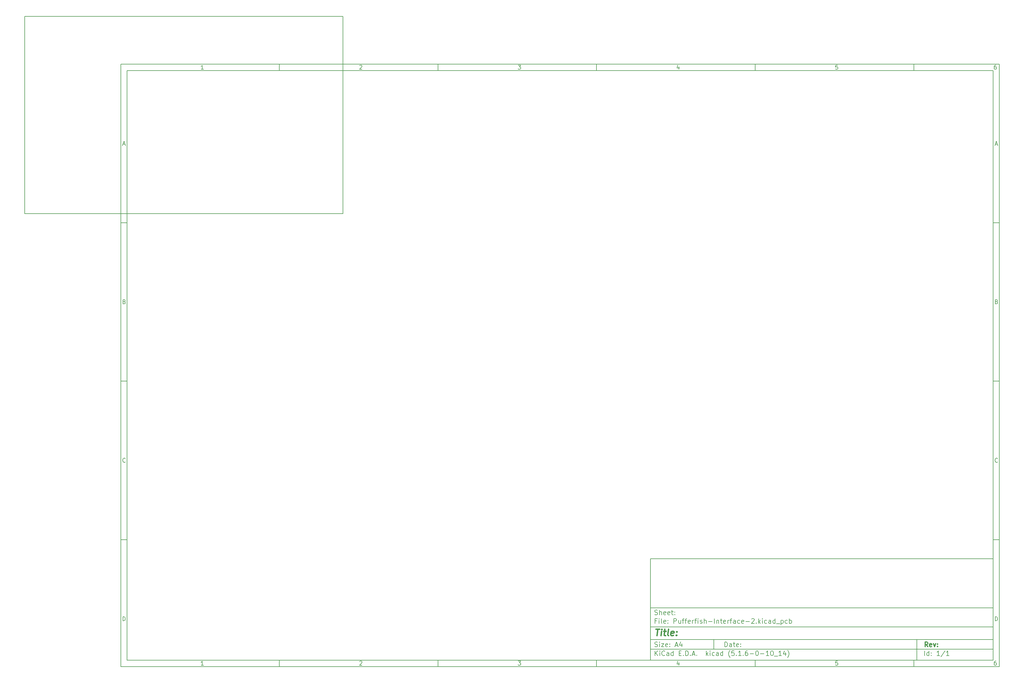
<source format=gbr>
G04 #@! TF.GenerationSoftware,KiCad,Pcbnew,(5.1.6-0-10_14)*
G04 #@! TF.CreationDate,2020-09-30T22:45:02-04:00*
G04 #@! TF.ProjectId,Pufferfish-Interface-2,50756666-6572-4666-9973-682d496e7465,rev?*
G04 #@! TF.SameCoordinates,Original*
G04 #@! TF.FileFunction,Profile,NP*
%FSLAX46Y46*%
G04 Gerber Fmt 4.6, Leading zero omitted, Abs format (unit mm)*
G04 Created by KiCad (PCBNEW (5.1.6-0-10_14)) date 2020-09-30 22:45:02*
%MOMM*%
%LPD*%
G01*
G04 APERTURE LIST*
%ADD10C,0.100000*%
%ADD11C,0.150000*%
%ADD12C,0.300000*%
%ADD13C,0.400000*%
G04 #@! TA.AperFunction,Profile*
%ADD14C,0.150000*%
G04 #@! TD*
G04 APERTURE END LIST*
D10*
D11*
X177002200Y-166007200D02*
X177002200Y-198007200D01*
X285002200Y-198007200D01*
X285002200Y-166007200D01*
X177002200Y-166007200D01*
D10*
D11*
X10000000Y-10000000D02*
X10000000Y-200007200D01*
X287002200Y-200007200D01*
X287002200Y-10000000D01*
X10000000Y-10000000D01*
D10*
D11*
X12000000Y-12000000D02*
X12000000Y-198007200D01*
X285002200Y-198007200D01*
X285002200Y-12000000D01*
X12000000Y-12000000D01*
D10*
D11*
X60000000Y-12000000D02*
X60000000Y-10000000D01*
D10*
D11*
X110000000Y-12000000D02*
X110000000Y-10000000D01*
D10*
D11*
X160000000Y-12000000D02*
X160000000Y-10000000D01*
D10*
D11*
X210000000Y-12000000D02*
X210000000Y-10000000D01*
D10*
D11*
X260000000Y-12000000D02*
X260000000Y-10000000D01*
D10*
D11*
X36065476Y-11588095D02*
X35322619Y-11588095D01*
X35694047Y-11588095D02*
X35694047Y-10288095D01*
X35570238Y-10473809D01*
X35446428Y-10597619D01*
X35322619Y-10659523D01*
D10*
D11*
X85322619Y-10411904D02*
X85384523Y-10350000D01*
X85508333Y-10288095D01*
X85817857Y-10288095D01*
X85941666Y-10350000D01*
X86003571Y-10411904D01*
X86065476Y-10535714D01*
X86065476Y-10659523D01*
X86003571Y-10845238D01*
X85260714Y-11588095D01*
X86065476Y-11588095D01*
D10*
D11*
X135260714Y-10288095D02*
X136065476Y-10288095D01*
X135632142Y-10783333D01*
X135817857Y-10783333D01*
X135941666Y-10845238D01*
X136003571Y-10907142D01*
X136065476Y-11030952D01*
X136065476Y-11340476D01*
X136003571Y-11464285D01*
X135941666Y-11526190D01*
X135817857Y-11588095D01*
X135446428Y-11588095D01*
X135322619Y-11526190D01*
X135260714Y-11464285D01*
D10*
D11*
X185941666Y-10721428D02*
X185941666Y-11588095D01*
X185632142Y-10226190D02*
X185322619Y-11154761D01*
X186127380Y-11154761D01*
D10*
D11*
X236003571Y-10288095D02*
X235384523Y-10288095D01*
X235322619Y-10907142D01*
X235384523Y-10845238D01*
X235508333Y-10783333D01*
X235817857Y-10783333D01*
X235941666Y-10845238D01*
X236003571Y-10907142D01*
X236065476Y-11030952D01*
X236065476Y-11340476D01*
X236003571Y-11464285D01*
X235941666Y-11526190D01*
X235817857Y-11588095D01*
X235508333Y-11588095D01*
X235384523Y-11526190D01*
X235322619Y-11464285D01*
D10*
D11*
X285941666Y-10288095D02*
X285694047Y-10288095D01*
X285570238Y-10350000D01*
X285508333Y-10411904D01*
X285384523Y-10597619D01*
X285322619Y-10845238D01*
X285322619Y-11340476D01*
X285384523Y-11464285D01*
X285446428Y-11526190D01*
X285570238Y-11588095D01*
X285817857Y-11588095D01*
X285941666Y-11526190D01*
X286003571Y-11464285D01*
X286065476Y-11340476D01*
X286065476Y-11030952D01*
X286003571Y-10907142D01*
X285941666Y-10845238D01*
X285817857Y-10783333D01*
X285570238Y-10783333D01*
X285446428Y-10845238D01*
X285384523Y-10907142D01*
X285322619Y-11030952D01*
D10*
D11*
X60000000Y-198007200D02*
X60000000Y-200007200D01*
D10*
D11*
X110000000Y-198007200D02*
X110000000Y-200007200D01*
D10*
D11*
X160000000Y-198007200D02*
X160000000Y-200007200D01*
D10*
D11*
X210000000Y-198007200D02*
X210000000Y-200007200D01*
D10*
D11*
X260000000Y-198007200D02*
X260000000Y-200007200D01*
D10*
D11*
X36065476Y-199595295D02*
X35322619Y-199595295D01*
X35694047Y-199595295D02*
X35694047Y-198295295D01*
X35570238Y-198481009D01*
X35446428Y-198604819D01*
X35322619Y-198666723D01*
D10*
D11*
X85322619Y-198419104D02*
X85384523Y-198357200D01*
X85508333Y-198295295D01*
X85817857Y-198295295D01*
X85941666Y-198357200D01*
X86003571Y-198419104D01*
X86065476Y-198542914D01*
X86065476Y-198666723D01*
X86003571Y-198852438D01*
X85260714Y-199595295D01*
X86065476Y-199595295D01*
D10*
D11*
X135260714Y-198295295D02*
X136065476Y-198295295D01*
X135632142Y-198790533D01*
X135817857Y-198790533D01*
X135941666Y-198852438D01*
X136003571Y-198914342D01*
X136065476Y-199038152D01*
X136065476Y-199347676D01*
X136003571Y-199471485D01*
X135941666Y-199533390D01*
X135817857Y-199595295D01*
X135446428Y-199595295D01*
X135322619Y-199533390D01*
X135260714Y-199471485D01*
D10*
D11*
X185941666Y-198728628D02*
X185941666Y-199595295D01*
X185632142Y-198233390D02*
X185322619Y-199161961D01*
X186127380Y-199161961D01*
D10*
D11*
X236003571Y-198295295D02*
X235384523Y-198295295D01*
X235322619Y-198914342D01*
X235384523Y-198852438D01*
X235508333Y-198790533D01*
X235817857Y-198790533D01*
X235941666Y-198852438D01*
X236003571Y-198914342D01*
X236065476Y-199038152D01*
X236065476Y-199347676D01*
X236003571Y-199471485D01*
X235941666Y-199533390D01*
X235817857Y-199595295D01*
X235508333Y-199595295D01*
X235384523Y-199533390D01*
X235322619Y-199471485D01*
D10*
D11*
X285941666Y-198295295D02*
X285694047Y-198295295D01*
X285570238Y-198357200D01*
X285508333Y-198419104D01*
X285384523Y-198604819D01*
X285322619Y-198852438D01*
X285322619Y-199347676D01*
X285384523Y-199471485D01*
X285446428Y-199533390D01*
X285570238Y-199595295D01*
X285817857Y-199595295D01*
X285941666Y-199533390D01*
X286003571Y-199471485D01*
X286065476Y-199347676D01*
X286065476Y-199038152D01*
X286003571Y-198914342D01*
X285941666Y-198852438D01*
X285817857Y-198790533D01*
X285570238Y-198790533D01*
X285446428Y-198852438D01*
X285384523Y-198914342D01*
X285322619Y-199038152D01*
D10*
D11*
X10000000Y-60000000D02*
X12000000Y-60000000D01*
D10*
D11*
X10000000Y-110000000D02*
X12000000Y-110000000D01*
D10*
D11*
X10000000Y-160000000D02*
X12000000Y-160000000D01*
D10*
D11*
X10690476Y-35216666D02*
X11309523Y-35216666D01*
X10566666Y-35588095D02*
X11000000Y-34288095D01*
X11433333Y-35588095D01*
D10*
D11*
X11092857Y-84907142D02*
X11278571Y-84969047D01*
X11340476Y-85030952D01*
X11402380Y-85154761D01*
X11402380Y-85340476D01*
X11340476Y-85464285D01*
X11278571Y-85526190D01*
X11154761Y-85588095D01*
X10659523Y-85588095D01*
X10659523Y-84288095D01*
X11092857Y-84288095D01*
X11216666Y-84350000D01*
X11278571Y-84411904D01*
X11340476Y-84535714D01*
X11340476Y-84659523D01*
X11278571Y-84783333D01*
X11216666Y-84845238D01*
X11092857Y-84907142D01*
X10659523Y-84907142D01*
D10*
D11*
X11402380Y-135464285D02*
X11340476Y-135526190D01*
X11154761Y-135588095D01*
X11030952Y-135588095D01*
X10845238Y-135526190D01*
X10721428Y-135402380D01*
X10659523Y-135278571D01*
X10597619Y-135030952D01*
X10597619Y-134845238D01*
X10659523Y-134597619D01*
X10721428Y-134473809D01*
X10845238Y-134350000D01*
X11030952Y-134288095D01*
X11154761Y-134288095D01*
X11340476Y-134350000D01*
X11402380Y-134411904D01*
D10*
D11*
X10659523Y-185588095D02*
X10659523Y-184288095D01*
X10969047Y-184288095D01*
X11154761Y-184350000D01*
X11278571Y-184473809D01*
X11340476Y-184597619D01*
X11402380Y-184845238D01*
X11402380Y-185030952D01*
X11340476Y-185278571D01*
X11278571Y-185402380D01*
X11154761Y-185526190D01*
X10969047Y-185588095D01*
X10659523Y-185588095D01*
D10*
D11*
X287002200Y-60000000D02*
X285002200Y-60000000D01*
D10*
D11*
X287002200Y-110000000D02*
X285002200Y-110000000D01*
D10*
D11*
X287002200Y-160000000D02*
X285002200Y-160000000D01*
D10*
D11*
X285692676Y-35216666D02*
X286311723Y-35216666D01*
X285568866Y-35588095D02*
X286002200Y-34288095D01*
X286435533Y-35588095D01*
D10*
D11*
X286095057Y-84907142D02*
X286280771Y-84969047D01*
X286342676Y-85030952D01*
X286404580Y-85154761D01*
X286404580Y-85340476D01*
X286342676Y-85464285D01*
X286280771Y-85526190D01*
X286156961Y-85588095D01*
X285661723Y-85588095D01*
X285661723Y-84288095D01*
X286095057Y-84288095D01*
X286218866Y-84350000D01*
X286280771Y-84411904D01*
X286342676Y-84535714D01*
X286342676Y-84659523D01*
X286280771Y-84783333D01*
X286218866Y-84845238D01*
X286095057Y-84907142D01*
X285661723Y-84907142D01*
D10*
D11*
X286404580Y-135464285D02*
X286342676Y-135526190D01*
X286156961Y-135588095D01*
X286033152Y-135588095D01*
X285847438Y-135526190D01*
X285723628Y-135402380D01*
X285661723Y-135278571D01*
X285599819Y-135030952D01*
X285599819Y-134845238D01*
X285661723Y-134597619D01*
X285723628Y-134473809D01*
X285847438Y-134350000D01*
X286033152Y-134288095D01*
X286156961Y-134288095D01*
X286342676Y-134350000D01*
X286404580Y-134411904D01*
D10*
D11*
X285661723Y-185588095D02*
X285661723Y-184288095D01*
X285971247Y-184288095D01*
X286156961Y-184350000D01*
X286280771Y-184473809D01*
X286342676Y-184597619D01*
X286404580Y-184845238D01*
X286404580Y-185030952D01*
X286342676Y-185278571D01*
X286280771Y-185402380D01*
X286156961Y-185526190D01*
X285971247Y-185588095D01*
X285661723Y-185588095D01*
D10*
D11*
X200434342Y-193785771D02*
X200434342Y-192285771D01*
X200791485Y-192285771D01*
X201005771Y-192357200D01*
X201148628Y-192500057D01*
X201220057Y-192642914D01*
X201291485Y-192928628D01*
X201291485Y-193142914D01*
X201220057Y-193428628D01*
X201148628Y-193571485D01*
X201005771Y-193714342D01*
X200791485Y-193785771D01*
X200434342Y-193785771D01*
X202577200Y-193785771D02*
X202577200Y-193000057D01*
X202505771Y-192857200D01*
X202362914Y-192785771D01*
X202077200Y-192785771D01*
X201934342Y-192857200D01*
X202577200Y-193714342D02*
X202434342Y-193785771D01*
X202077200Y-193785771D01*
X201934342Y-193714342D01*
X201862914Y-193571485D01*
X201862914Y-193428628D01*
X201934342Y-193285771D01*
X202077200Y-193214342D01*
X202434342Y-193214342D01*
X202577200Y-193142914D01*
X203077200Y-192785771D02*
X203648628Y-192785771D01*
X203291485Y-192285771D02*
X203291485Y-193571485D01*
X203362914Y-193714342D01*
X203505771Y-193785771D01*
X203648628Y-193785771D01*
X204720057Y-193714342D02*
X204577200Y-193785771D01*
X204291485Y-193785771D01*
X204148628Y-193714342D01*
X204077200Y-193571485D01*
X204077200Y-193000057D01*
X204148628Y-192857200D01*
X204291485Y-192785771D01*
X204577200Y-192785771D01*
X204720057Y-192857200D01*
X204791485Y-193000057D01*
X204791485Y-193142914D01*
X204077200Y-193285771D01*
X205434342Y-193642914D02*
X205505771Y-193714342D01*
X205434342Y-193785771D01*
X205362914Y-193714342D01*
X205434342Y-193642914D01*
X205434342Y-193785771D01*
X205434342Y-192857200D02*
X205505771Y-192928628D01*
X205434342Y-193000057D01*
X205362914Y-192928628D01*
X205434342Y-192857200D01*
X205434342Y-193000057D01*
D10*
D11*
X177002200Y-194507200D02*
X285002200Y-194507200D01*
D10*
D11*
X178434342Y-196585771D02*
X178434342Y-195085771D01*
X179291485Y-196585771D02*
X178648628Y-195728628D01*
X179291485Y-195085771D02*
X178434342Y-195942914D01*
X179934342Y-196585771D02*
X179934342Y-195585771D01*
X179934342Y-195085771D02*
X179862914Y-195157200D01*
X179934342Y-195228628D01*
X180005771Y-195157200D01*
X179934342Y-195085771D01*
X179934342Y-195228628D01*
X181505771Y-196442914D02*
X181434342Y-196514342D01*
X181220057Y-196585771D01*
X181077200Y-196585771D01*
X180862914Y-196514342D01*
X180720057Y-196371485D01*
X180648628Y-196228628D01*
X180577200Y-195942914D01*
X180577200Y-195728628D01*
X180648628Y-195442914D01*
X180720057Y-195300057D01*
X180862914Y-195157200D01*
X181077200Y-195085771D01*
X181220057Y-195085771D01*
X181434342Y-195157200D01*
X181505771Y-195228628D01*
X182791485Y-196585771D02*
X182791485Y-195800057D01*
X182720057Y-195657200D01*
X182577200Y-195585771D01*
X182291485Y-195585771D01*
X182148628Y-195657200D01*
X182791485Y-196514342D02*
X182648628Y-196585771D01*
X182291485Y-196585771D01*
X182148628Y-196514342D01*
X182077200Y-196371485D01*
X182077200Y-196228628D01*
X182148628Y-196085771D01*
X182291485Y-196014342D01*
X182648628Y-196014342D01*
X182791485Y-195942914D01*
X184148628Y-196585771D02*
X184148628Y-195085771D01*
X184148628Y-196514342D02*
X184005771Y-196585771D01*
X183720057Y-196585771D01*
X183577200Y-196514342D01*
X183505771Y-196442914D01*
X183434342Y-196300057D01*
X183434342Y-195871485D01*
X183505771Y-195728628D01*
X183577200Y-195657200D01*
X183720057Y-195585771D01*
X184005771Y-195585771D01*
X184148628Y-195657200D01*
X186005771Y-195800057D02*
X186505771Y-195800057D01*
X186720057Y-196585771D02*
X186005771Y-196585771D01*
X186005771Y-195085771D01*
X186720057Y-195085771D01*
X187362914Y-196442914D02*
X187434342Y-196514342D01*
X187362914Y-196585771D01*
X187291485Y-196514342D01*
X187362914Y-196442914D01*
X187362914Y-196585771D01*
X188077200Y-196585771D02*
X188077200Y-195085771D01*
X188434342Y-195085771D01*
X188648628Y-195157200D01*
X188791485Y-195300057D01*
X188862914Y-195442914D01*
X188934342Y-195728628D01*
X188934342Y-195942914D01*
X188862914Y-196228628D01*
X188791485Y-196371485D01*
X188648628Y-196514342D01*
X188434342Y-196585771D01*
X188077200Y-196585771D01*
X189577200Y-196442914D02*
X189648628Y-196514342D01*
X189577200Y-196585771D01*
X189505771Y-196514342D01*
X189577200Y-196442914D01*
X189577200Y-196585771D01*
X190220057Y-196157200D02*
X190934342Y-196157200D01*
X190077200Y-196585771D02*
X190577200Y-195085771D01*
X191077200Y-196585771D01*
X191577200Y-196442914D02*
X191648628Y-196514342D01*
X191577200Y-196585771D01*
X191505771Y-196514342D01*
X191577200Y-196442914D01*
X191577200Y-196585771D01*
X194577200Y-196585771D02*
X194577200Y-195085771D01*
X194720057Y-196014342D02*
X195148628Y-196585771D01*
X195148628Y-195585771D02*
X194577200Y-196157200D01*
X195791485Y-196585771D02*
X195791485Y-195585771D01*
X195791485Y-195085771D02*
X195720057Y-195157200D01*
X195791485Y-195228628D01*
X195862914Y-195157200D01*
X195791485Y-195085771D01*
X195791485Y-195228628D01*
X197148628Y-196514342D02*
X197005771Y-196585771D01*
X196720057Y-196585771D01*
X196577200Y-196514342D01*
X196505771Y-196442914D01*
X196434342Y-196300057D01*
X196434342Y-195871485D01*
X196505771Y-195728628D01*
X196577200Y-195657200D01*
X196720057Y-195585771D01*
X197005771Y-195585771D01*
X197148628Y-195657200D01*
X198434342Y-196585771D02*
X198434342Y-195800057D01*
X198362914Y-195657200D01*
X198220057Y-195585771D01*
X197934342Y-195585771D01*
X197791485Y-195657200D01*
X198434342Y-196514342D02*
X198291485Y-196585771D01*
X197934342Y-196585771D01*
X197791485Y-196514342D01*
X197720057Y-196371485D01*
X197720057Y-196228628D01*
X197791485Y-196085771D01*
X197934342Y-196014342D01*
X198291485Y-196014342D01*
X198434342Y-195942914D01*
X199791485Y-196585771D02*
X199791485Y-195085771D01*
X199791485Y-196514342D02*
X199648628Y-196585771D01*
X199362914Y-196585771D01*
X199220057Y-196514342D01*
X199148628Y-196442914D01*
X199077200Y-196300057D01*
X199077200Y-195871485D01*
X199148628Y-195728628D01*
X199220057Y-195657200D01*
X199362914Y-195585771D01*
X199648628Y-195585771D01*
X199791485Y-195657200D01*
X202077200Y-197157200D02*
X202005771Y-197085771D01*
X201862914Y-196871485D01*
X201791485Y-196728628D01*
X201720057Y-196514342D01*
X201648628Y-196157200D01*
X201648628Y-195871485D01*
X201720057Y-195514342D01*
X201791485Y-195300057D01*
X201862914Y-195157200D01*
X202005771Y-194942914D01*
X202077200Y-194871485D01*
X203362914Y-195085771D02*
X202648628Y-195085771D01*
X202577200Y-195800057D01*
X202648628Y-195728628D01*
X202791485Y-195657200D01*
X203148628Y-195657200D01*
X203291485Y-195728628D01*
X203362914Y-195800057D01*
X203434342Y-195942914D01*
X203434342Y-196300057D01*
X203362914Y-196442914D01*
X203291485Y-196514342D01*
X203148628Y-196585771D01*
X202791485Y-196585771D01*
X202648628Y-196514342D01*
X202577200Y-196442914D01*
X204077200Y-196442914D02*
X204148628Y-196514342D01*
X204077200Y-196585771D01*
X204005771Y-196514342D01*
X204077200Y-196442914D01*
X204077200Y-196585771D01*
X205577200Y-196585771D02*
X204720057Y-196585771D01*
X205148628Y-196585771D02*
X205148628Y-195085771D01*
X205005771Y-195300057D01*
X204862914Y-195442914D01*
X204720057Y-195514342D01*
X206220057Y-196442914D02*
X206291485Y-196514342D01*
X206220057Y-196585771D01*
X206148628Y-196514342D01*
X206220057Y-196442914D01*
X206220057Y-196585771D01*
X207577200Y-195085771D02*
X207291485Y-195085771D01*
X207148628Y-195157200D01*
X207077200Y-195228628D01*
X206934342Y-195442914D01*
X206862914Y-195728628D01*
X206862914Y-196300057D01*
X206934342Y-196442914D01*
X207005771Y-196514342D01*
X207148628Y-196585771D01*
X207434342Y-196585771D01*
X207577200Y-196514342D01*
X207648628Y-196442914D01*
X207720057Y-196300057D01*
X207720057Y-195942914D01*
X207648628Y-195800057D01*
X207577200Y-195728628D01*
X207434342Y-195657200D01*
X207148628Y-195657200D01*
X207005771Y-195728628D01*
X206934342Y-195800057D01*
X206862914Y-195942914D01*
X208362914Y-196014342D02*
X209505771Y-196014342D01*
X210505771Y-195085771D02*
X210648628Y-195085771D01*
X210791485Y-195157200D01*
X210862914Y-195228628D01*
X210934342Y-195371485D01*
X211005771Y-195657200D01*
X211005771Y-196014342D01*
X210934342Y-196300057D01*
X210862914Y-196442914D01*
X210791485Y-196514342D01*
X210648628Y-196585771D01*
X210505771Y-196585771D01*
X210362914Y-196514342D01*
X210291485Y-196442914D01*
X210220057Y-196300057D01*
X210148628Y-196014342D01*
X210148628Y-195657200D01*
X210220057Y-195371485D01*
X210291485Y-195228628D01*
X210362914Y-195157200D01*
X210505771Y-195085771D01*
X211648628Y-196014342D02*
X212791485Y-196014342D01*
X214291485Y-196585771D02*
X213434342Y-196585771D01*
X213862914Y-196585771D02*
X213862914Y-195085771D01*
X213720057Y-195300057D01*
X213577200Y-195442914D01*
X213434342Y-195514342D01*
X215220057Y-195085771D02*
X215362914Y-195085771D01*
X215505771Y-195157200D01*
X215577200Y-195228628D01*
X215648628Y-195371485D01*
X215720057Y-195657200D01*
X215720057Y-196014342D01*
X215648628Y-196300057D01*
X215577200Y-196442914D01*
X215505771Y-196514342D01*
X215362914Y-196585771D01*
X215220057Y-196585771D01*
X215077200Y-196514342D01*
X215005771Y-196442914D01*
X214934342Y-196300057D01*
X214862914Y-196014342D01*
X214862914Y-195657200D01*
X214934342Y-195371485D01*
X215005771Y-195228628D01*
X215077200Y-195157200D01*
X215220057Y-195085771D01*
X216005771Y-196728628D02*
X217148628Y-196728628D01*
X218291485Y-196585771D02*
X217434342Y-196585771D01*
X217862914Y-196585771D02*
X217862914Y-195085771D01*
X217720057Y-195300057D01*
X217577200Y-195442914D01*
X217434342Y-195514342D01*
X219577200Y-195585771D02*
X219577200Y-196585771D01*
X219220057Y-195014342D02*
X218862914Y-196085771D01*
X219791485Y-196085771D01*
X220220057Y-197157200D02*
X220291485Y-197085771D01*
X220434342Y-196871485D01*
X220505771Y-196728628D01*
X220577200Y-196514342D01*
X220648628Y-196157200D01*
X220648628Y-195871485D01*
X220577200Y-195514342D01*
X220505771Y-195300057D01*
X220434342Y-195157200D01*
X220291485Y-194942914D01*
X220220057Y-194871485D01*
D10*
D11*
X177002200Y-191507200D02*
X285002200Y-191507200D01*
D10*
D12*
X264411485Y-193785771D02*
X263911485Y-193071485D01*
X263554342Y-193785771D02*
X263554342Y-192285771D01*
X264125771Y-192285771D01*
X264268628Y-192357200D01*
X264340057Y-192428628D01*
X264411485Y-192571485D01*
X264411485Y-192785771D01*
X264340057Y-192928628D01*
X264268628Y-193000057D01*
X264125771Y-193071485D01*
X263554342Y-193071485D01*
X265625771Y-193714342D02*
X265482914Y-193785771D01*
X265197200Y-193785771D01*
X265054342Y-193714342D01*
X264982914Y-193571485D01*
X264982914Y-193000057D01*
X265054342Y-192857200D01*
X265197200Y-192785771D01*
X265482914Y-192785771D01*
X265625771Y-192857200D01*
X265697200Y-193000057D01*
X265697200Y-193142914D01*
X264982914Y-193285771D01*
X266197200Y-192785771D02*
X266554342Y-193785771D01*
X266911485Y-192785771D01*
X267482914Y-193642914D02*
X267554342Y-193714342D01*
X267482914Y-193785771D01*
X267411485Y-193714342D01*
X267482914Y-193642914D01*
X267482914Y-193785771D01*
X267482914Y-192857200D02*
X267554342Y-192928628D01*
X267482914Y-193000057D01*
X267411485Y-192928628D01*
X267482914Y-192857200D01*
X267482914Y-193000057D01*
D10*
D11*
X178362914Y-193714342D02*
X178577200Y-193785771D01*
X178934342Y-193785771D01*
X179077200Y-193714342D01*
X179148628Y-193642914D01*
X179220057Y-193500057D01*
X179220057Y-193357200D01*
X179148628Y-193214342D01*
X179077200Y-193142914D01*
X178934342Y-193071485D01*
X178648628Y-193000057D01*
X178505771Y-192928628D01*
X178434342Y-192857200D01*
X178362914Y-192714342D01*
X178362914Y-192571485D01*
X178434342Y-192428628D01*
X178505771Y-192357200D01*
X178648628Y-192285771D01*
X179005771Y-192285771D01*
X179220057Y-192357200D01*
X179862914Y-193785771D02*
X179862914Y-192785771D01*
X179862914Y-192285771D02*
X179791485Y-192357200D01*
X179862914Y-192428628D01*
X179934342Y-192357200D01*
X179862914Y-192285771D01*
X179862914Y-192428628D01*
X180434342Y-192785771D02*
X181220057Y-192785771D01*
X180434342Y-193785771D01*
X181220057Y-193785771D01*
X182362914Y-193714342D02*
X182220057Y-193785771D01*
X181934342Y-193785771D01*
X181791485Y-193714342D01*
X181720057Y-193571485D01*
X181720057Y-193000057D01*
X181791485Y-192857200D01*
X181934342Y-192785771D01*
X182220057Y-192785771D01*
X182362914Y-192857200D01*
X182434342Y-193000057D01*
X182434342Y-193142914D01*
X181720057Y-193285771D01*
X183077200Y-193642914D02*
X183148628Y-193714342D01*
X183077200Y-193785771D01*
X183005771Y-193714342D01*
X183077200Y-193642914D01*
X183077200Y-193785771D01*
X183077200Y-192857200D02*
X183148628Y-192928628D01*
X183077200Y-193000057D01*
X183005771Y-192928628D01*
X183077200Y-192857200D01*
X183077200Y-193000057D01*
X184862914Y-193357200D02*
X185577200Y-193357200D01*
X184720057Y-193785771D02*
X185220057Y-192285771D01*
X185720057Y-193785771D01*
X186862914Y-192785771D02*
X186862914Y-193785771D01*
X186505771Y-192214342D02*
X186148628Y-193285771D01*
X187077200Y-193285771D01*
D10*
D11*
X263434342Y-196585771D02*
X263434342Y-195085771D01*
X264791485Y-196585771D02*
X264791485Y-195085771D01*
X264791485Y-196514342D02*
X264648628Y-196585771D01*
X264362914Y-196585771D01*
X264220057Y-196514342D01*
X264148628Y-196442914D01*
X264077200Y-196300057D01*
X264077200Y-195871485D01*
X264148628Y-195728628D01*
X264220057Y-195657200D01*
X264362914Y-195585771D01*
X264648628Y-195585771D01*
X264791485Y-195657200D01*
X265505771Y-196442914D02*
X265577200Y-196514342D01*
X265505771Y-196585771D01*
X265434342Y-196514342D01*
X265505771Y-196442914D01*
X265505771Y-196585771D01*
X265505771Y-195657200D02*
X265577200Y-195728628D01*
X265505771Y-195800057D01*
X265434342Y-195728628D01*
X265505771Y-195657200D01*
X265505771Y-195800057D01*
X268148628Y-196585771D02*
X267291485Y-196585771D01*
X267720057Y-196585771D02*
X267720057Y-195085771D01*
X267577200Y-195300057D01*
X267434342Y-195442914D01*
X267291485Y-195514342D01*
X269862914Y-195014342D02*
X268577200Y-196942914D01*
X271148628Y-196585771D02*
X270291485Y-196585771D01*
X270720057Y-196585771D02*
X270720057Y-195085771D01*
X270577200Y-195300057D01*
X270434342Y-195442914D01*
X270291485Y-195514342D01*
D10*
D11*
X177002200Y-187507200D02*
X285002200Y-187507200D01*
D10*
D13*
X178714580Y-188211961D02*
X179857438Y-188211961D01*
X179036009Y-190211961D02*
X179286009Y-188211961D01*
X180274104Y-190211961D02*
X180440771Y-188878628D01*
X180524104Y-188211961D02*
X180416961Y-188307200D01*
X180500295Y-188402438D01*
X180607438Y-188307200D01*
X180524104Y-188211961D01*
X180500295Y-188402438D01*
X181107438Y-188878628D02*
X181869342Y-188878628D01*
X181476485Y-188211961D02*
X181262200Y-189926247D01*
X181333628Y-190116723D01*
X181512200Y-190211961D01*
X181702676Y-190211961D01*
X182655057Y-190211961D02*
X182476485Y-190116723D01*
X182405057Y-189926247D01*
X182619342Y-188211961D01*
X184190771Y-190116723D02*
X183988390Y-190211961D01*
X183607438Y-190211961D01*
X183428866Y-190116723D01*
X183357438Y-189926247D01*
X183452676Y-189164342D01*
X183571723Y-188973866D01*
X183774104Y-188878628D01*
X184155057Y-188878628D01*
X184333628Y-188973866D01*
X184405057Y-189164342D01*
X184381247Y-189354819D01*
X183405057Y-189545295D01*
X185155057Y-190021485D02*
X185238390Y-190116723D01*
X185131247Y-190211961D01*
X185047914Y-190116723D01*
X185155057Y-190021485D01*
X185131247Y-190211961D01*
X185286009Y-188973866D02*
X185369342Y-189069104D01*
X185262200Y-189164342D01*
X185178866Y-189069104D01*
X185286009Y-188973866D01*
X185262200Y-189164342D01*
D10*
D11*
X178934342Y-185600057D02*
X178434342Y-185600057D01*
X178434342Y-186385771D02*
X178434342Y-184885771D01*
X179148628Y-184885771D01*
X179720057Y-186385771D02*
X179720057Y-185385771D01*
X179720057Y-184885771D02*
X179648628Y-184957200D01*
X179720057Y-185028628D01*
X179791485Y-184957200D01*
X179720057Y-184885771D01*
X179720057Y-185028628D01*
X180648628Y-186385771D02*
X180505771Y-186314342D01*
X180434342Y-186171485D01*
X180434342Y-184885771D01*
X181791485Y-186314342D02*
X181648628Y-186385771D01*
X181362914Y-186385771D01*
X181220057Y-186314342D01*
X181148628Y-186171485D01*
X181148628Y-185600057D01*
X181220057Y-185457200D01*
X181362914Y-185385771D01*
X181648628Y-185385771D01*
X181791485Y-185457200D01*
X181862914Y-185600057D01*
X181862914Y-185742914D01*
X181148628Y-185885771D01*
X182505771Y-186242914D02*
X182577200Y-186314342D01*
X182505771Y-186385771D01*
X182434342Y-186314342D01*
X182505771Y-186242914D01*
X182505771Y-186385771D01*
X182505771Y-185457200D02*
X182577200Y-185528628D01*
X182505771Y-185600057D01*
X182434342Y-185528628D01*
X182505771Y-185457200D01*
X182505771Y-185600057D01*
X184362914Y-186385771D02*
X184362914Y-184885771D01*
X184934342Y-184885771D01*
X185077200Y-184957200D01*
X185148628Y-185028628D01*
X185220057Y-185171485D01*
X185220057Y-185385771D01*
X185148628Y-185528628D01*
X185077200Y-185600057D01*
X184934342Y-185671485D01*
X184362914Y-185671485D01*
X186505771Y-185385771D02*
X186505771Y-186385771D01*
X185862914Y-185385771D02*
X185862914Y-186171485D01*
X185934342Y-186314342D01*
X186077200Y-186385771D01*
X186291485Y-186385771D01*
X186434342Y-186314342D01*
X186505771Y-186242914D01*
X187005771Y-185385771D02*
X187577200Y-185385771D01*
X187220057Y-186385771D02*
X187220057Y-185100057D01*
X187291485Y-184957200D01*
X187434342Y-184885771D01*
X187577200Y-184885771D01*
X187862914Y-185385771D02*
X188434342Y-185385771D01*
X188077200Y-186385771D02*
X188077200Y-185100057D01*
X188148628Y-184957200D01*
X188291485Y-184885771D01*
X188434342Y-184885771D01*
X189505771Y-186314342D02*
X189362914Y-186385771D01*
X189077200Y-186385771D01*
X188934342Y-186314342D01*
X188862914Y-186171485D01*
X188862914Y-185600057D01*
X188934342Y-185457200D01*
X189077200Y-185385771D01*
X189362914Y-185385771D01*
X189505771Y-185457200D01*
X189577200Y-185600057D01*
X189577200Y-185742914D01*
X188862914Y-185885771D01*
X190220057Y-186385771D02*
X190220057Y-185385771D01*
X190220057Y-185671485D02*
X190291485Y-185528628D01*
X190362914Y-185457200D01*
X190505771Y-185385771D01*
X190648628Y-185385771D01*
X190934342Y-185385771D02*
X191505771Y-185385771D01*
X191148628Y-186385771D02*
X191148628Y-185100057D01*
X191220057Y-184957200D01*
X191362914Y-184885771D01*
X191505771Y-184885771D01*
X192005771Y-186385771D02*
X192005771Y-185385771D01*
X192005771Y-184885771D02*
X191934342Y-184957200D01*
X192005771Y-185028628D01*
X192077200Y-184957200D01*
X192005771Y-184885771D01*
X192005771Y-185028628D01*
X192648628Y-186314342D02*
X192791485Y-186385771D01*
X193077200Y-186385771D01*
X193220057Y-186314342D01*
X193291485Y-186171485D01*
X193291485Y-186100057D01*
X193220057Y-185957200D01*
X193077200Y-185885771D01*
X192862914Y-185885771D01*
X192720057Y-185814342D01*
X192648628Y-185671485D01*
X192648628Y-185600057D01*
X192720057Y-185457200D01*
X192862914Y-185385771D01*
X193077200Y-185385771D01*
X193220057Y-185457200D01*
X193934342Y-186385771D02*
X193934342Y-184885771D01*
X194577200Y-186385771D02*
X194577200Y-185600057D01*
X194505771Y-185457200D01*
X194362914Y-185385771D01*
X194148628Y-185385771D01*
X194005771Y-185457200D01*
X193934342Y-185528628D01*
X195291485Y-185814342D02*
X196434342Y-185814342D01*
X197148628Y-186385771D02*
X197148628Y-184885771D01*
X197862914Y-185385771D02*
X197862914Y-186385771D01*
X197862914Y-185528628D02*
X197934342Y-185457200D01*
X198077200Y-185385771D01*
X198291485Y-185385771D01*
X198434342Y-185457200D01*
X198505771Y-185600057D01*
X198505771Y-186385771D01*
X199005771Y-185385771D02*
X199577200Y-185385771D01*
X199220057Y-184885771D02*
X199220057Y-186171485D01*
X199291485Y-186314342D01*
X199434342Y-186385771D01*
X199577200Y-186385771D01*
X200648628Y-186314342D02*
X200505771Y-186385771D01*
X200220057Y-186385771D01*
X200077200Y-186314342D01*
X200005771Y-186171485D01*
X200005771Y-185600057D01*
X200077200Y-185457200D01*
X200220057Y-185385771D01*
X200505771Y-185385771D01*
X200648628Y-185457200D01*
X200720057Y-185600057D01*
X200720057Y-185742914D01*
X200005771Y-185885771D01*
X201362914Y-186385771D02*
X201362914Y-185385771D01*
X201362914Y-185671485D02*
X201434342Y-185528628D01*
X201505771Y-185457200D01*
X201648628Y-185385771D01*
X201791485Y-185385771D01*
X202077200Y-185385771D02*
X202648628Y-185385771D01*
X202291485Y-186385771D02*
X202291485Y-185100057D01*
X202362914Y-184957200D01*
X202505771Y-184885771D01*
X202648628Y-184885771D01*
X203791485Y-186385771D02*
X203791485Y-185600057D01*
X203720057Y-185457200D01*
X203577200Y-185385771D01*
X203291485Y-185385771D01*
X203148628Y-185457200D01*
X203791485Y-186314342D02*
X203648628Y-186385771D01*
X203291485Y-186385771D01*
X203148628Y-186314342D01*
X203077200Y-186171485D01*
X203077200Y-186028628D01*
X203148628Y-185885771D01*
X203291485Y-185814342D01*
X203648628Y-185814342D01*
X203791485Y-185742914D01*
X205148628Y-186314342D02*
X205005771Y-186385771D01*
X204720057Y-186385771D01*
X204577200Y-186314342D01*
X204505771Y-186242914D01*
X204434342Y-186100057D01*
X204434342Y-185671485D01*
X204505771Y-185528628D01*
X204577200Y-185457200D01*
X204720057Y-185385771D01*
X205005771Y-185385771D01*
X205148628Y-185457200D01*
X206362914Y-186314342D02*
X206220057Y-186385771D01*
X205934342Y-186385771D01*
X205791485Y-186314342D01*
X205720057Y-186171485D01*
X205720057Y-185600057D01*
X205791485Y-185457200D01*
X205934342Y-185385771D01*
X206220057Y-185385771D01*
X206362914Y-185457200D01*
X206434342Y-185600057D01*
X206434342Y-185742914D01*
X205720057Y-185885771D01*
X207077200Y-185814342D02*
X208220057Y-185814342D01*
X208862914Y-185028628D02*
X208934342Y-184957200D01*
X209077200Y-184885771D01*
X209434342Y-184885771D01*
X209577200Y-184957200D01*
X209648628Y-185028628D01*
X209720057Y-185171485D01*
X209720057Y-185314342D01*
X209648628Y-185528628D01*
X208791485Y-186385771D01*
X209720057Y-186385771D01*
X210362914Y-186242914D02*
X210434342Y-186314342D01*
X210362914Y-186385771D01*
X210291485Y-186314342D01*
X210362914Y-186242914D01*
X210362914Y-186385771D01*
X211077200Y-186385771D02*
X211077200Y-184885771D01*
X211220057Y-185814342D02*
X211648628Y-186385771D01*
X211648628Y-185385771D02*
X211077200Y-185957200D01*
X212291485Y-186385771D02*
X212291485Y-185385771D01*
X212291485Y-184885771D02*
X212220057Y-184957200D01*
X212291485Y-185028628D01*
X212362914Y-184957200D01*
X212291485Y-184885771D01*
X212291485Y-185028628D01*
X213648628Y-186314342D02*
X213505771Y-186385771D01*
X213220057Y-186385771D01*
X213077200Y-186314342D01*
X213005771Y-186242914D01*
X212934342Y-186100057D01*
X212934342Y-185671485D01*
X213005771Y-185528628D01*
X213077200Y-185457200D01*
X213220057Y-185385771D01*
X213505771Y-185385771D01*
X213648628Y-185457200D01*
X214934342Y-186385771D02*
X214934342Y-185600057D01*
X214862914Y-185457200D01*
X214720057Y-185385771D01*
X214434342Y-185385771D01*
X214291485Y-185457200D01*
X214934342Y-186314342D02*
X214791485Y-186385771D01*
X214434342Y-186385771D01*
X214291485Y-186314342D01*
X214220057Y-186171485D01*
X214220057Y-186028628D01*
X214291485Y-185885771D01*
X214434342Y-185814342D01*
X214791485Y-185814342D01*
X214934342Y-185742914D01*
X216291485Y-186385771D02*
X216291485Y-184885771D01*
X216291485Y-186314342D02*
X216148628Y-186385771D01*
X215862914Y-186385771D01*
X215720057Y-186314342D01*
X215648628Y-186242914D01*
X215577200Y-186100057D01*
X215577200Y-185671485D01*
X215648628Y-185528628D01*
X215720057Y-185457200D01*
X215862914Y-185385771D01*
X216148628Y-185385771D01*
X216291485Y-185457200D01*
X216648628Y-186528628D02*
X217791485Y-186528628D01*
X218148628Y-185385771D02*
X218148628Y-186885771D01*
X218148628Y-185457200D02*
X218291485Y-185385771D01*
X218577200Y-185385771D01*
X218720057Y-185457200D01*
X218791485Y-185528628D01*
X218862914Y-185671485D01*
X218862914Y-186100057D01*
X218791485Y-186242914D01*
X218720057Y-186314342D01*
X218577200Y-186385771D01*
X218291485Y-186385771D01*
X218148628Y-186314342D01*
X220148628Y-186314342D02*
X220005771Y-186385771D01*
X219720057Y-186385771D01*
X219577200Y-186314342D01*
X219505771Y-186242914D01*
X219434342Y-186100057D01*
X219434342Y-185671485D01*
X219505771Y-185528628D01*
X219577200Y-185457200D01*
X219720057Y-185385771D01*
X220005771Y-185385771D01*
X220148628Y-185457200D01*
X220791485Y-186385771D02*
X220791485Y-184885771D01*
X220791485Y-185457200D02*
X220934342Y-185385771D01*
X221220057Y-185385771D01*
X221362914Y-185457200D01*
X221434342Y-185528628D01*
X221505771Y-185671485D01*
X221505771Y-186100057D01*
X221434342Y-186242914D01*
X221362914Y-186314342D01*
X221220057Y-186385771D01*
X220934342Y-186385771D01*
X220791485Y-186314342D01*
D10*
D11*
X177002200Y-181507200D02*
X285002200Y-181507200D01*
D10*
D11*
X178362914Y-183614342D02*
X178577200Y-183685771D01*
X178934342Y-183685771D01*
X179077200Y-183614342D01*
X179148628Y-183542914D01*
X179220057Y-183400057D01*
X179220057Y-183257200D01*
X179148628Y-183114342D01*
X179077200Y-183042914D01*
X178934342Y-182971485D01*
X178648628Y-182900057D01*
X178505771Y-182828628D01*
X178434342Y-182757200D01*
X178362914Y-182614342D01*
X178362914Y-182471485D01*
X178434342Y-182328628D01*
X178505771Y-182257200D01*
X178648628Y-182185771D01*
X179005771Y-182185771D01*
X179220057Y-182257200D01*
X179862914Y-183685771D02*
X179862914Y-182185771D01*
X180505771Y-183685771D02*
X180505771Y-182900057D01*
X180434342Y-182757200D01*
X180291485Y-182685771D01*
X180077200Y-182685771D01*
X179934342Y-182757200D01*
X179862914Y-182828628D01*
X181791485Y-183614342D02*
X181648628Y-183685771D01*
X181362914Y-183685771D01*
X181220057Y-183614342D01*
X181148628Y-183471485D01*
X181148628Y-182900057D01*
X181220057Y-182757200D01*
X181362914Y-182685771D01*
X181648628Y-182685771D01*
X181791485Y-182757200D01*
X181862914Y-182900057D01*
X181862914Y-183042914D01*
X181148628Y-183185771D01*
X183077200Y-183614342D02*
X182934342Y-183685771D01*
X182648628Y-183685771D01*
X182505771Y-183614342D01*
X182434342Y-183471485D01*
X182434342Y-182900057D01*
X182505771Y-182757200D01*
X182648628Y-182685771D01*
X182934342Y-182685771D01*
X183077200Y-182757200D01*
X183148628Y-182900057D01*
X183148628Y-183042914D01*
X182434342Y-183185771D01*
X183577200Y-182685771D02*
X184148628Y-182685771D01*
X183791485Y-182185771D02*
X183791485Y-183471485D01*
X183862914Y-183614342D01*
X184005771Y-183685771D01*
X184148628Y-183685771D01*
X184648628Y-183542914D02*
X184720057Y-183614342D01*
X184648628Y-183685771D01*
X184577200Y-183614342D01*
X184648628Y-183542914D01*
X184648628Y-183685771D01*
X184648628Y-182757200D02*
X184720057Y-182828628D01*
X184648628Y-182900057D01*
X184577200Y-182828628D01*
X184648628Y-182757200D01*
X184648628Y-182900057D01*
D10*
D11*
X197002200Y-191507200D02*
X197002200Y-194507200D01*
D10*
D11*
X261002200Y-191507200D02*
X261002200Y-198007200D01*
D14*
X-20320000Y-57150000D02*
X-20320000Y5080000D01*
X-20320000Y5080000D02*
X80010000Y5080000D01*
X80010000Y-57150000D02*
X80010000Y5080000D01*
X-20320000Y-57150000D02*
X80010000Y-57150000D01*
M02*

</source>
